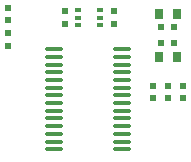
<source format=gtp>
G04*
G04 #@! TF.GenerationSoftware,Altium Limited,Altium Designer,23.0.1 (38)*
G04*
G04 Layer_Color=8421504*
%FSLAX24Y24*%
%MOIN*%
G70*
G04*
G04 #@! TF.SameCoordinates,212204B1-6FDB-4007-BCD0-930B6937FDD8*
G04*
G04*
G04 #@! TF.FilePolarity,Positive*
G04*
G01*
G75*
%ADD19R,0.0276X0.0354*%
%ADD20R,0.0236X0.0236*%
%ADD21R,0.0236X0.0236*%
G04:AMPARAMS|DCode=22|XSize=59.1mil|YSize=13.8mil|CornerRadius=3.4mil|HoleSize=0mil|Usage=FLASHONLY|Rotation=180.000|XOffset=0mil|YOffset=0mil|HoleType=Round|Shape=RoundedRectangle|*
%AMROUNDEDRECTD22*
21,1,0.0591,0.0069,0,0,180.0*
21,1,0.0522,0.0138,0,0,180.0*
1,1,0.0069,-0.0261,0.0034*
1,1,0.0069,0.0261,0.0034*
1,1,0.0069,0.0261,-0.0034*
1,1,0.0069,-0.0261,-0.0034*
%
%ADD22ROUNDEDRECTD22*%
%ADD23R,0.0217X0.0157*%
D19*
X6205Y9190D02*
D03*
X6795D02*
D03*
Y10610D02*
D03*
X6205D02*
D03*
D20*
X6288Y10160D02*
D03*
X6712D02*
D03*
X6288Y9650D02*
D03*
X6712D02*
D03*
D21*
X1176Y9967D02*
D03*
Y9543D02*
D03*
X7000Y7798D02*
D03*
Y8222D02*
D03*
X4690Y10272D02*
D03*
Y10696D02*
D03*
X3070Y10272D02*
D03*
Y10696D02*
D03*
X1180Y10822D02*
D03*
Y10398D02*
D03*
X6000Y7798D02*
D03*
Y8222D02*
D03*
X6500Y8217D02*
D03*
Y7793D02*
D03*
D22*
X4980Y9172D02*
D03*
Y9428D02*
D03*
Y8660D02*
D03*
Y8916D02*
D03*
Y8149D02*
D03*
Y8404D02*
D03*
Y7637D02*
D03*
Y7893D02*
D03*
Y7125D02*
D03*
Y7381D02*
D03*
X2697Y6101D02*
D03*
Y6357D02*
D03*
Y6613D02*
D03*
Y6869D02*
D03*
X4980Y6101D02*
D03*
Y6357D02*
D03*
Y6613D02*
D03*
Y6869D02*
D03*
X2697Y7125D02*
D03*
Y7381D02*
D03*
Y7637D02*
D03*
Y7893D02*
D03*
Y8149D02*
D03*
Y8404D02*
D03*
Y8660D02*
D03*
Y8916D02*
D03*
Y9172D02*
D03*
Y9428D02*
D03*
D23*
X3516Y10740D02*
D03*
Y10484D02*
D03*
Y10228D02*
D03*
X4244D02*
D03*
Y10484D02*
D03*
Y10740D02*
D03*
M02*

</source>
